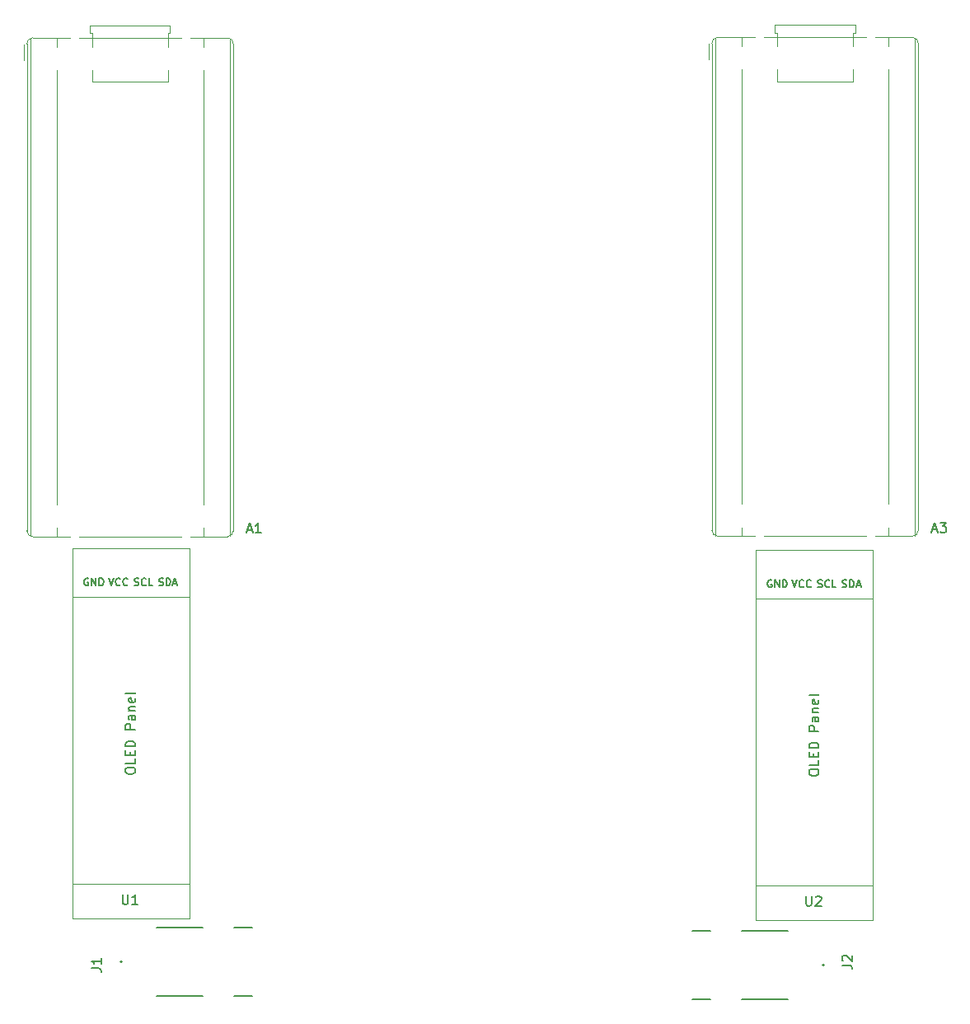
<source format=gbr>
%TF.GenerationSoftware,KiCad,Pcbnew,8.0.8*%
%TF.CreationDate,2025-03-06T07:07:31-06:00*%
%TF.ProjectId,keyboardv2,6b657962-6f61-4726-9476-322e6b696361,rev?*%
%TF.SameCoordinates,Original*%
%TF.FileFunction,Legend,Top*%
%TF.FilePolarity,Positive*%
%FSLAX46Y46*%
G04 Gerber Fmt 4.6, Leading zero omitted, Abs format (unit mm)*
G04 Created by KiCad (PCBNEW 8.0.8) date 2025-03-06 07:07:31*
%MOMM*%
%LPD*%
G01*
G04 APERTURE LIST*
%ADD10C,0.150000*%
%ADD11C,0.120000*%
%ADD12C,0.040000*%
%ADD13C,0.127000*%
%ADD14C,0.200000*%
G04 APERTURE END LIST*
D10*
X225996660Y-119044104D02*
X226472850Y-119044104D01*
X225901422Y-119329819D02*
X226234755Y-118329819D01*
X226234755Y-118329819D02*
X226568088Y-119329819D01*
X227425231Y-119329819D02*
X226853803Y-119329819D01*
X227139517Y-119329819D02*
X227139517Y-118329819D01*
X227139517Y-118329819D02*
X227044279Y-118472676D01*
X227044279Y-118472676D02*
X226949041Y-118567914D01*
X226949041Y-118567914D02*
X226853803Y-118615533D01*
X296371660Y-119001604D02*
X296847850Y-119001604D01*
X296276422Y-119287319D02*
X296609755Y-118287319D01*
X296609755Y-118287319D02*
X296943088Y-119287319D01*
X297181184Y-118287319D02*
X297800231Y-118287319D01*
X297800231Y-118287319D02*
X297466898Y-118668271D01*
X297466898Y-118668271D02*
X297609755Y-118668271D01*
X297609755Y-118668271D02*
X297704993Y-118715890D01*
X297704993Y-118715890D02*
X297752612Y-118763509D01*
X297752612Y-118763509D02*
X297800231Y-118858747D01*
X297800231Y-118858747D02*
X297800231Y-119096842D01*
X297800231Y-119096842D02*
X297752612Y-119192080D01*
X297752612Y-119192080D02*
X297704993Y-119239700D01*
X297704993Y-119239700D02*
X297609755Y-119287319D01*
X297609755Y-119287319D02*
X297324041Y-119287319D01*
X297324041Y-119287319D02*
X297228803Y-119239700D01*
X297228803Y-119239700D02*
X297181184Y-119192080D01*
X283398095Y-156644819D02*
X283398095Y-157454342D01*
X283398095Y-157454342D02*
X283445714Y-157549580D01*
X283445714Y-157549580D02*
X283493333Y-157597200D01*
X283493333Y-157597200D02*
X283588571Y-157644819D01*
X283588571Y-157644819D02*
X283779047Y-157644819D01*
X283779047Y-157644819D02*
X283874285Y-157597200D01*
X283874285Y-157597200D02*
X283921904Y-157549580D01*
X283921904Y-157549580D02*
X283969523Y-157454342D01*
X283969523Y-157454342D02*
X283969523Y-156644819D01*
X284398095Y-156740057D02*
X284445714Y-156692438D01*
X284445714Y-156692438D02*
X284540952Y-156644819D01*
X284540952Y-156644819D02*
X284779047Y-156644819D01*
X284779047Y-156644819D02*
X284874285Y-156692438D01*
X284874285Y-156692438D02*
X284921904Y-156740057D01*
X284921904Y-156740057D02*
X284969523Y-156835295D01*
X284969523Y-156835295D02*
X284969523Y-156930533D01*
X284969523Y-156930533D02*
X284921904Y-157073390D01*
X284921904Y-157073390D02*
X284350476Y-157644819D01*
X284350476Y-157644819D02*
X284969523Y-157644819D01*
X283704819Y-144018571D02*
X283704819Y-143828095D01*
X283704819Y-143828095D02*
X283752438Y-143732857D01*
X283752438Y-143732857D02*
X283847676Y-143637619D01*
X283847676Y-143637619D02*
X284038152Y-143590000D01*
X284038152Y-143590000D02*
X284371485Y-143590000D01*
X284371485Y-143590000D02*
X284561961Y-143637619D01*
X284561961Y-143637619D02*
X284657200Y-143732857D01*
X284657200Y-143732857D02*
X284704819Y-143828095D01*
X284704819Y-143828095D02*
X284704819Y-144018571D01*
X284704819Y-144018571D02*
X284657200Y-144113809D01*
X284657200Y-144113809D02*
X284561961Y-144209047D01*
X284561961Y-144209047D02*
X284371485Y-144256666D01*
X284371485Y-144256666D02*
X284038152Y-144256666D01*
X284038152Y-144256666D02*
X283847676Y-144209047D01*
X283847676Y-144209047D02*
X283752438Y-144113809D01*
X283752438Y-144113809D02*
X283704819Y-144018571D01*
X284704819Y-142685238D02*
X284704819Y-143161428D01*
X284704819Y-143161428D02*
X283704819Y-143161428D01*
X284181009Y-142351904D02*
X284181009Y-142018571D01*
X284704819Y-141875714D02*
X284704819Y-142351904D01*
X284704819Y-142351904D02*
X283704819Y-142351904D01*
X283704819Y-142351904D02*
X283704819Y-141875714D01*
X284704819Y-141447142D02*
X283704819Y-141447142D01*
X283704819Y-141447142D02*
X283704819Y-141209047D01*
X283704819Y-141209047D02*
X283752438Y-141066190D01*
X283752438Y-141066190D02*
X283847676Y-140970952D01*
X283847676Y-140970952D02*
X283942914Y-140923333D01*
X283942914Y-140923333D02*
X284133390Y-140875714D01*
X284133390Y-140875714D02*
X284276247Y-140875714D01*
X284276247Y-140875714D02*
X284466723Y-140923333D01*
X284466723Y-140923333D02*
X284561961Y-140970952D01*
X284561961Y-140970952D02*
X284657200Y-141066190D01*
X284657200Y-141066190D02*
X284704819Y-141209047D01*
X284704819Y-141209047D02*
X284704819Y-141447142D01*
X284704819Y-139685237D02*
X283704819Y-139685237D01*
X283704819Y-139685237D02*
X283704819Y-139304285D01*
X283704819Y-139304285D02*
X283752438Y-139209047D01*
X283752438Y-139209047D02*
X283800057Y-139161428D01*
X283800057Y-139161428D02*
X283895295Y-139113809D01*
X283895295Y-139113809D02*
X284038152Y-139113809D01*
X284038152Y-139113809D02*
X284133390Y-139161428D01*
X284133390Y-139161428D02*
X284181009Y-139209047D01*
X284181009Y-139209047D02*
X284228628Y-139304285D01*
X284228628Y-139304285D02*
X284228628Y-139685237D01*
X284704819Y-138256666D02*
X284181009Y-138256666D01*
X284181009Y-138256666D02*
X284085771Y-138304285D01*
X284085771Y-138304285D02*
X284038152Y-138399523D01*
X284038152Y-138399523D02*
X284038152Y-138589999D01*
X284038152Y-138589999D02*
X284085771Y-138685237D01*
X284657200Y-138256666D02*
X284704819Y-138351904D01*
X284704819Y-138351904D02*
X284704819Y-138589999D01*
X284704819Y-138589999D02*
X284657200Y-138685237D01*
X284657200Y-138685237D02*
X284561961Y-138732856D01*
X284561961Y-138732856D02*
X284466723Y-138732856D01*
X284466723Y-138732856D02*
X284371485Y-138685237D01*
X284371485Y-138685237D02*
X284323866Y-138589999D01*
X284323866Y-138589999D02*
X284323866Y-138351904D01*
X284323866Y-138351904D02*
X284276247Y-138256666D01*
X284038152Y-137780475D02*
X284704819Y-137780475D01*
X284133390Y-137780475D02*
X284085771Y-137732856D01*
X284085771Y-137732856D02*
X284038152Y-137637618D01*
X284038152Y-137637618D02*
X284038152Y-137494761D01*
X284038152Y-137494761D02*
X284085771Y-137399523D01*
X284085771Y-137399523D02*
X284181009Y-137351904D01*
X284181009Y-137351904D02*
X284704819Y-137351904D01*
X284657200Y-136494761D02*
X284704819Y-136589999D01*
X284704819Y-136589999D02*
X284704819Y-136780475D01*
X284704819Y-136780475D02*
X284657200Y-136875713D01*
X284657200Y-136875713D02*
X284561961Y-136923332D01*
X284561961Y-136923332D02*
X284181009Y-136923332D01*
X284181009Y-136923332D02*
X284085771Y-136875713D01*
X284085771Y-136875713D02*
X284038152Y-136780475D01*
X284038152Y-136780475D02*
X284038152Y-136589999D01*
X284038152Y-136589999D02*
X284085771Y-136494761D01*
X284085771Y-136494761D02*
X284181009Y-136447142D01*
X284181009Y-136447142D02*
X284276247Y-136447142D01*
X284276247Y-136447142D02*
X284371485Y-136923332D01*
X284704819Y-135875713D02*
X284657200Y-135970951D01*
X284657200Y-135970951D02*
X284561961Y-136018570D01*
X284561961Y-136018570D02*
X283704819Y-136018570D01*
X279868571Y-124214878D02*
X279797143Y-124179164D01*
X279797143Y-124179164D02*
X279690000Y-124179164D01*
X279690000Y-124179164D02*
X279582857Y-124214878D01*
X279582857Y-124214878D02*
X279511428Y-124286307D01*
X279511428Y-124286307D02*
X279475714Y-124357735D01*
X279475714Y-124357735D02*
X279440000Y-124500592D01*
X279440000Y-124500592D02*
X279440000Y-124607735D01*
X279440000Y-124607735D02*
X279475714Y-124750592D01*
X279475714Y-124750592D02*
X279511428Y-124822021D01*
X279511428Y-124822021D02*
X279582857Y-124893450D01*
X279582857Y-124893450D02*
X279690000Y-124929164D01*
X279690000Y-124929164D02*
X279761428Y-124929164D01*
X279761428Y-124929164D02*
X279868571Y-124893450D01*
X279868571Y-124893450D02*
X279904285Y-124857735D01*
X279904285Y-124857735D02*
X279904285Y-124607735D01*
X279904285Y-124607735D02*
X279761428Y-124607735D01*
X280225714Y-124929164D02*
X280225714Y-124179164D01*
X280225714Y-124179164D02*
X280654285Y-124929164D01*
X280654285Y-124929164D02*
X280654285Y-124179164D01*
X281011428Y-124929164D02*
X281011428Y-124179164D01*
X281011428Y-124179164D02*
X281189999Y-124179164D01*
X281189999Y-124179164D02*
X281297142Y-124214878D01*
X281297142Y-124214878D02*
X281368571Y-124286307D01*
X281368571Y-124286307D02*
X281404285Y-124357735D01*
X281404285Y-124357735D02*
X281439999Y-124500592D01*
X281439999Y-124500592D02*
X281439999Y-124607735D01*
X281439999Y-124607735D02*
X281404285Y-124750592D01*
X281404285Y-124750592D02*
X281368571Y-124822021D01*
X281368571Y-124822021D02*
X281297142Y-124893450D01*
X281297142Y-124893450D02*
X281189999Y-124929164D01*
X281189999Y-124929164D02*
X281011428Y-124929164D01*
X284627143Y-124893450D02*
X284734286Y-124929164D01*
X284734286Y-124929164D02*
X284912857Y-124929164D01*
X284912857Y-124929164D02*
X284984286Y-124893450D01*
X284984286Y-124893450D02*
X285020000Y-124857735D01*
X285020000Y-124857735D02*
X285055714Y-124786307D01*
X285055714Y-124786307D02*
X285055714Y-124714878D01*
X285055714Y-124714878D02*
X285020000Y-124643450D01*
X285020000Y-124643450D02*
X284984286Y-124607735D01*
X284984286Y-124607735D02*
X284912857Y-124572021D01*
X284912857Y-124572021D02*
X284770000Y-124536307D01*
X284770000Y-124536307D02*
X284698571Y-124500592D01*
X284698571Y-124500592D02*
X284662857Y-124464878D01*
X284662857Y-124464878D02*
X284627143Y-124393450D01*
X284627143Y-124393450D02*
X284627143Y-124322021D01*
X284627143Y-124322021D02*
X284662857Y-124250592D01*
X284662857Y-124250592D02*
X284698571Y-124214878D01*
X284698571Y-124214878D02*
X284770000Y-124179164D01*
X284770000Y-124179164D02*
X284948571Y-124179164D01*
X284948571Y-124179164D02*
X285055714Y-124214878D01*
X285805714Y-124857735D02*
X285770000Y-124893450D01*
X285770000Y-124893450D02*
X285662857Y-124929164D01*
X285662857Y-124929164D02*
X285591429Y-124929164D01*
X285591429Y-124929164D02*
X285484286Y-124893450D01*
X285484286Y-124893450D02*
X285412857Y-124822021D01*
X285412857Y-124822021D02*
X285377143Y-124750592D01*
X285377143Y-124750592D02*
X285341429Y-124607735D01*
X285341429Y-124607735D02*
X285341429Y-124500592D01*
X285341429Y-124500592D02*
X285377143Y-124357735D01*
X285377143Y-124357735D02*
X285412857Y-124286307D01*
X285412857Y-124286307D02*
X285484286Y-124214878D01*
X285484286Y-124214878D02*
X285591429Y-124179164D01*
X285591429Y-124179164D02*
X285662857Y-124179164D01*
X285662857Y-124179164D02*
X285770000Y-124214878D01*
X285770000Y-124214878D02*
X285805714Y-124250592D01*
X286484286Y-124929164D02*
X286127143Y-124929164D01*
X286127143Y-124929164D02*
X286127143Y-124179164D01*
X281980000Y-124179164D02*
X282230000Y-124929164D01*
X282230000Y-124929164D02*
X282480000Y-124179164D01*
X283158571Y-124857735D02*
X283122857Y-124893450D01*
X283122857Y-124893450D02*
X283015714Y-124929164D01*
X283015714Y-124929164D02*
X282944286Y-124929164D01*
X282944286Y-124929164D02*
X282837143Y-124893450D01*
X282837143Y-124893450D02*
X282765714Y-124822021D01*
X282765714Y-124822021D02*
X282730000Y-124750592D01*
X282730000Y-124750592D02*
X282694286Y-124607735D01*
X282694286Y-124607735D02*
X282694286Y-124500592D01*
X282694286Y-124500592D02*
X282730000Y-124357735D01*
X282730000Y-124357735D02*
X282765714Y-124286307D01*
X282765714Y-124286307D02*
X282837143Y-124214878D01*
X282837143Y-124214878D02*
X282944286Y-124179164D01*
X282944286Y-124179164D02*
X283015714Y-124179164D01*
X283015714Y-124179164D02*
X283122857Y-124214878D01*
X283122857Y-124214878D02*
X283158571Y-124250592D01*
X283908571Y-124857735D02*
X283872857Y-124893450D01*
X283872857Y-124893450D02*
X283765714Y-124929164D01*
X283765714Y-124929164D02*
X283694286Y-124929164D01*
X283694286Y-124929164D02*
X283587143Y-124893450D01*
X283587143Y-124893450D02*
X283515714Y-124822021D01*
X283515714Y-124822021D02*
X283480000Y-124750592D01*
X283480000Y-124750592D02*
X283444286Y-124607735D01*
X283444286Y-124607735D02*
X283444286Y-124500592D01*
X283444286Y-124500592D02*
X283480000Y-124357735D01*
X283480000Y-124357735D02*
X283515714Y-124286307D01*
X283515714Y-124286307D02*
X283587143Y-124214878D01*
X283587143Y-124214878D02*
X283694286Y-124179164D01*
X283694286Y-124179164D02*
X283765714Y-124179164D01*
X283765714Y-124179164D02*
X283872857Y-124214878D01*
X283872857Y-124214878D02*
X283908571Y-124250592D01*
X287149286Y-124893450D02*
X287256429Y-124929164D01*
X287256429Y-124929164D02*
X287435000Y-124929164D01*
X287435000Y-124929164D02*
X287506429Y-124893450D01*
X287506429Y-124893450D02*
X287542143Y-124857735D01*
X287542143Y-124857735D02*
X287577857Y-124786307D01*
X287577857Y-124786307D02*
X287577857Y-124714878D01*
X287577857Y-124714878D02*
X287542143Y-124643450D01*
X287542143Y-124643450D02*
X287506429Y-124607735D01*
X287506429Y-124607735D02*
X287435000Y-124572021D01*
X287435000Y-124572021D02*
X287292143Y-124536307D01*
X287292143Y-124536307D02*
X287220714Y-124500592D01*
X287220714Y-124500592D02*
X287185000Y-124464878D01*
X287185000Y-124464878D02*
X287149286Y-124393450D01*
X287149286Y-124393450D02*
X287149286Y-124322021D01*
X287149286Y-124322021D02*
X287185000Y-124250592D01*
X287185000Y-124250592D02*
X287220714Y-124214878D01*
X287220714Y-124214878D02*
X287292143Y-124179164D01*
X287292143Y-124179164D02*
X287470714Y-124179164D01*
X287470714Y-124179164D02*
X287577857Y-124214878D01*
X287899286Y-124929164D02*
X287899286Y-124179164D01*
X287899286Y-124179164D02*
X288077857Y-124179164D01*
X288077857Y-124179164D02*
X288185000Y-124214878D01*
X288185000Y-124214878D02*
X288256429Y-124286307D01*
X288256429Y-124286307D02*
X288292143Y-124357735D01*
X288292143Y-124357735D02*
X288327857Y-124500592D01*
X288327857Y-124500592D02*
X288327857Y-124607735D01*
X288327857Y-124607735D02*
X288292143Y-124750592D01*
X288292143Y-124750592D02*
X288256429Y-124822021D01*
X288256429Y-124822021D02*
X288185000Y-124893450D01*
X288185000Y-124893450D02*
X288077857Y-124929164D01*
X288077857Y-124929164D02*
X287899286Y-124929164D01*
X288613572Y-124714878D02*
X288970715Y-124714878D01*
X288542143Y-124929164D02*
X288792143Y-124179164D01*
X288792143Y-124179164D02*
X289042143Y-124929164D01*
X213183095Y-156467319D02*
X213183095Y-157276842D01*
X213183095Y-157276842D02*
X213230714Y-157372080D01*
X213230714Y-157372080D02*
X213278333Y-157419700D01*
X213278333Y-157419700D02*
X213373571Y-157467319D01*
X213373571Y-157467319D02*
X213564047Y-157467319D01*
X213564047Y-157467319D02*
X213659285Y-157419700D01*
X213659285Y-157419700D02*
X213706904Y-157372080D01*
X213706904Y-157372080D02*
X213754523Y-157276842D01*
X213754523Y-157276842D02*
X213754523Y-156467319D01*
X214754523Y-157467319D02*
X214183095Y-157467319D01*
X214468809Y-157467319D02*
X214468809Y-156467319D01*
X214468809Y-156467319D02*
X214373571Y-156610176D01*
X214373571Y-156610176D02*
X214278333Y-156705414D01*
X214278333Y-156705414D02*
X214183095Y-156753033D01*
X213489819Y-143841071D02*
X213489819Y-143650595D01*
X213489819Y-143650595D02*
X213537438Y-143555357D01*
X213537438Y-143555357D02*
X213632676Y-143460119D01*
X213632676Y-143460119D02*
X213823152Y-143412500D01*
X213823152Y-143412500D02*
X214156485Y-143412500D01*
X214156485Y-143412500D02*
X214346961Y-143460119D01*
X214346961Y-143460119D02*
X214442200Y-143555357D01*
X214442200Y-143555357D02*
X214489819Y-143650595D01*
X214489819Y-143650595D02*
X214489819Y-143841071D01*
X214489819Y-143841071D02*
X214442200Y-143936309D01*
X214442200Y-143936309D02*
X214346961Y-144031547D01*
X214346961Y-144031547D02*
X214156485Y-144079166D01*
X214156485Y-144079166D02*
X213823152Y-144079166D01*
X213823152Y-144079166D02*
X213632676Y-144031547D01*
X213632676Y-144031547D02*
X213537438Y-143936309D01*
X213537438Y-143936309D02*
X213489819Y-143841071D01*
X214489819Y-142507738D02*
X214489819Y-142983928D01*
X214489819Y-142983928D02*
X213489819Y-142983928D01*
X213966009Y-142174404D02*
X213966009Y-141841071D01*
X214489819Y-141698214D02*
X214489819Y-142174404D01*
X214489819Y-142174404D02*
X213489819Y-142174404D01*
X213489819Y-142174404D02*
X213489819Y-141698214D01*
X214489819Y-141269642D02*
X213489819Y-141269642D01*
X213489819Y-141269642D02*
X213489819Y-141031547D01*
X213489819Y-141031547D02*
X213537438Y-140888690D01*
X213537438Y-140888690D02*
X213632676Y-140793452D01*
X213632676Y-140793452D02*
X213727914Y-140745833D01*
X213727914Y-140745833D02*
X213918390Y-140698214D01*
X213918390Y-140698214D02*
X214061247Y-140698214D01*
X214061247Y-140698214D02*
X214251723Y-140745833D01*
X214251723Y-140745833D02*
X214346961Y-140793452D01*
X214346961Y-140793452D02*
X214442200Y-140888690D01*
X214442200Y-140888690D02*
X214489819Y-141031547D01*
X214489819Y-141031547D02*
X214489819Y-141269642D01*
X214489819Y-139507737D02*
X213489819Y-139507737D01*
X213489819Y-139507737D02*
X213489819Y-139126785D01*
X213489819Y-139126785D02*
X213537438Y-139031547D01*
X213537438Y-139031547D02*
X213585057Y-138983928D01*
X213585057Y-138983928D02*
X213680295Y-138936309D01*
X213680295Y-138936309D02*
X213823152Y-138936309D01*
X213823152Y-138936309D02*
X213918390Y-138983928D01*
X213918390Y-138983928D02*
X213966009Y-139031547D01*
X213966009Y-139031547D02*
X214013628Y-139126785D01*
X214013628Y-139126785D02*
X214013628Y-139507737D01*
X214489819Y-138079166D02*
X213966009Y-138079166D01*
X213966009Y-138079166D02*
X213870771Y-138126785D01*
X213870771Y-138126785D02*
X213823152Y-138222023D01*
X213823152Y-138222023D02*
X213823152Y-138412499D01*
X213823152Y-138412499D02*
X213870771Y-138507737D01*
X214442200Y-138079166D02*
X214489819Y-138174404D01*
X214489819Y-138174404D02*
X214489819Y-138412499D01*
X214489819Y-138412499D02*
X214442200Y-138507737D01*
X214442200Y-138507737D02*
X214346961Y-138555356D01*
X214346961Y-138555356D02*
X214251723Y-138555356D01*
X214251723Y-138555356D02*
X214156485Y-138507737D01*
X214156485Y-138507737D02*
X214108866Y-138412499D01*
X214108866Y-138412499D02*
X214108866Y-138174404D01*
X214108866Y-138174404D02*
X214061247Y-138079166D01*
X213823152Y-137602975D02*
X214489819Y-137602975D01*
X213918390Y-137602975D02*
X213870771Y-137555356D01*
X213870771Y-137555356D02*
X213823152Y-137460118D01*
X213823152Y-137460118D02*
X213823152Y-137317261D01*
X213823152Y-137317261D02*
X213870771Y-137222023D01*
X213870771Y-137222023D02*
X213966009Y-137174404D01*
X213966009Y-137174404D02*
X214489819Y-137174404D01*
X214442200Y-136317261D02*
X214489819Y-136412499D01*
X214489819Y-136412499D02*
X214489819Y-136602975D01*
X214489819Y-136602975D02*
X214442200Y-136698213D01*
X214442200Y-136698213D02*
X214346961Y-136745832D01*
X214346961Y-136745832D02*
X213966009Y-136745832D01*
X213966009Y-136745832D02*
X213870771Y-136698213D01*
X213870771Y-136698213D02*
X213823152Y-136602975D01*
X213823152Y-136602975D02*
X213823152Y-136412499D01*
X213823152Y-136412499D02*
X213870771Y-136317261D01*
X213870771Y-136317261D02*
X213966009Y-136269642D01*
X213966009Y-136269642D02*
X214061247Y-136269642D01*
X214061247Y-136269642D02*
X214156485Y-136745832D01*
X214489819Y-135698213D02*
X214442200Y-135793451D01*
X214442200Y-135793451D02*
X214346961Y-135841070D01*
X214346961Y-135841070D02*
X213489819Y-135841070D01*
X209653571Y-124037378D02*
X209582143Y-124001664D01*
X209582143Y-124001664D02*
X209475000Y-124001664D01*
X209475000Y-124001664D02*
X209367857Y-124037378D01*
X209367857Y-124037378D02*
X209296428Y-124108807D01*
X209296428Y-124108807D02*
X209260714Y-124180235D01*
X209260714Y-124180235D02*
X209225000Y-124323092D01*
X209225000Y-124323092D02*
X209225000Y-124430235D01*
X209225000Y-124430235D02*
X209260714Y-124573092D01*
X209260714Y-124573092D02*
X209296428Y-124644521D01*
X209296428Y-124644521D02*
X209367857Y-124715950D01*
X209367857Y-124715950D02*
X209475000Y-124751664D01*
X209475000Y-124751664D02*
X209546428Y-124751664D01*
X209546428Y-124751664D02*
X209653571Y-124715950D01*
X209653571Y-124715950D02*
X209689285Y-124680235D01*
X209689285Y-124680235D02*
X209689285Y-124430235D01*
X209689285Y-124430235D02*
X209546428Y-124430235D01*
X210010714Y-124751664D02*
X210010714Y-124001664D01*
X210010714Y-124001664D02*
X210439285Y-124751664D01*
X210439285Y-124751664D02*
X210439285Y-124001664D01*
X210796428Y-124751664D02*
X210796428Y-124001664D01*
X210796428Y-124001664D02*
X210974999Y-124001664D01*
X210974999Y-124001664D02*
X211082142Y-124037378D01*
X211082142Y-124037378D02*
X211153571Y-124108807D01*
X211153571Y-124108807D02*
X211189285Y-124180235D01*
X211189285Y-124180235D02*
X211224999Y-124323092D01*
X211224999Y-124323092D02*
X211224999Y-124430235D01*
X211224999Y-124430235D02*
X211189285Y-124573092D01*
X211189285Y-124573092D02*
X211153571Y-124644521D01*
X211153571Y-124644521D02*
X211082142Y-124715950D01*
X211082142Y-124715950D02*
X210974999Y-124751664D01*
X210974999Y-124751664D02*
X210796428Y-124751664D01*
X214412143Y-124715950D02*
X214519286Y-124751664D01*
X214519286Y-124751664D02*
X214697857Y-124751664D01*
X214697857Y-124751664D02*
X214769286Y-124715950D01*
X214769286Y-124715950D02*
X214805000Y-124680235D01*
X214805000Y-124680235D02*
X214840714Y-124608807D01*
X214840714Y-124608807D02*
X214840714Y-124537378D01*
X214840714Y-124537378D02*
X214805000Y-124465950D01*
X214805000Y-124465950D02*
X214769286Y-124430235D01*
X214769286Y-124430235D02*
X214697857Y-124394521D01*
X214697857Y-124394521D02*
X214555000Y-124358807D01*
X214555000Y-124358807D02*
X214483571Y-124323092D01*
X214483571Y-124323092D02*
X214447857Y-124287378D01*
X214447857Y-124287378D02*
X214412143Y-124215950D01*
X214412143Y-124215950D02*
X214412143Y-124144521D01*
X214412143Y-124144521D02*
X214447857Y-124073092D01*
X214447857Y-124073092D02*
X214483571Y-124037378D01*
X214483571Y-124037378D02*
X214555000Y-124001664D01*
X214555000Y-124001664D02*
X214733571Y-124001664D01*
X214733571Y-124001664D02*
X214840714Y-124037378D01*
X215590714Y-124680235D02*
X215555000Y-124715950D01*
X215555000Y-124715950D02*
X215447857Y-124751664D01*
X215447857Y-124751664D02*
X215376429Y-124751664D01*
X215376429Y-124751664D02*
X215269286Y-124715950D01*
X215269286Y-124715950D02*
X215197857Y-124644521D01*
X215197857Y-124644521D02*
X215162143Y-124573092D01*
X215162143Y-124573092D02*
X215126429Y-124430235D01*
X215126429Y-124430235D02*
X215126429Y-124323092D01*
X215126429Y-124323092D02*
X215162143Y-124180235D01*
X215162143Y-124180235D02*
X215197857Y-124108807D01*
X215197857Y-124108807D02*
X215269286Y-124037378D01*
X215269286Y-124037378D02*
X215376429Y-124001664D01*
X215376429Y-124001664D02*
X215447857Y-124001664D01*
X215447857Y-124001664D02*
X215555000Y-124037378D01*
X215555000Y-124037378D02*
X215590714Y-124073092D01*
X216269286Y-124751664D02*
X215912143Y-124751664D01*
X215912143Y-124751664D02*
X215912143Y-124001664D01*
X211765000Y-124001664D02*
X212015000Y-124751664D01*
X212015000Y-124751664D02*
X212265000Y-124001664D01*
X212943571Y-124680235D02*
X212907857Y-124715950D01*
X212907857Y-124715950D02*
X212800714Y-124751664D01*
X212800714Y-124751664D02*
X212729286Y-124751664D01*
X212729286Y-124751664D02*
X212622143Y-124715950D01*
X212622143Y-124715950D02*
X212550714Y-124644521D01*
X212550714Y-124644521D02*
X212515000Y-124573092D01*
X212515000Y-124573092D02*
X212479286Y-124430235D01*
X212479286Y-124430235D02*
X212479286Y-124323092D01*
X212479286Y-124323092D02*
X212515000Y-124180235D01*
X212515000Y-124180235D02*
X212550714Y-124108807D01*
X212550714Y-124108807D02*
X212622143Y-124037378D01*
X212622143Y-124037378D02*
X212729286Y-124001664D01*
X212729286Y-124001664D02*
X212800714Y-124001664D01*
X212800714Y-124001664D02*
X212907857Y-124037378D01*
X212907857Y-124037378D02*
X212943571Y-124073092D01*
X213693571Y-124680235D02*
X213657857Y-124715950D01*
X213657857Y-124715950D02*
X213550714Y-124751664D01*
X213550714Y-124751664D02*
X213479286Y-124751664D01*
X213479286Y-124751664D02*
X213372143Y-124715950D01*
X213372143Y-124715950D02*
X213300714Y-124644521D01*
X213300714Y-124644521D02*
X213265000Y-124573092D01*
X213265000Y-124573092D02*
X213229286Y-124430235D01*
X213229286Y-124430235D02*
X213229286Y-124323092D01*
X213229286Y-124323092D02*
X213265000Y-124180235D01*
X213265000Y-124180235D02*
X213300714Y-124108807D01*
X213300714Y-124108807D02*
X213372143Y-124037378D01*
X213372143Y-124037378D02*
X213479286Y-124001664D01*
X213479286Y-124001664D02*
X213550714Y-124001664D01*
X213550714Y-124001664D02*
X213657857Y-124037378D01*
X213657857Y-124037378D02*
X213693571Y-124073092D01*
X216934286Y-124715950D02*
X217041429Y-124751664D01*
X217041429Y-124751664D02*
X217220000Y-124751664D01*
X217220000Y-124751664D02*
X217291429Y-124715950D01*
X217291429Y-124715950D02*
X217327143Y-124680235D01*
X217327143Y-124680235D02*
X217362857Y-124608807D01*
X217362857Y-124608807D02*
X217362857Y-124537378D01*
X217362857Y-124537378D02*
X217327143Y-124465950D01*
X217327143Y-124465950D02*
X217291429Y-124430235D01*
X217291429Y-124430235D02*
X217220000Y-124394521D01*
X217220000Y-124394521D02*
X217077143Y-124358807D01*
X217077143Y-124358807D02*
X217005714Y-124323092D01*
X217005714Y-124323092D02*
X216970000Y-124287378D01*
X216970000Y-124287378D02*
X216934286Y-124215950D01*
X216934286Y-124215950D02*
X216934286Y-124144521D01*
X216934286Y-124144521D02*
X216970000Y-124073092D01*
X216970000Y-124073092D02*
X217005714Y-124037378D01*
X217005714Y-124037378D02*
X217077143Y-124001664D01*
X217077143Y-124001664D02*
X217255714Y-124001664D01*
X217255714Y-124001664D02*
X217362857Y-124037378D01*
X217684286Y-124751664D02*
X217684286Y-124001664D01*
X217684286Y-124001664D02*
X217862857Y-124001664D01*
X217862857Y-124001664D02*
X217970000Y-124037378D01*
X217970000Y-124037378D02*
X218041429Y-124108807D01*
X218041429Y-124108807D02*
X218077143Y-124180235D01*
X218077143Y-124180235D02*
X218112857Y-124323092D01*
X218112857Y-124323092D02*
X218112857Y-124430235D01*
X218112857Y-124430235D02*
X218077143Y-124573092D01*
X218077143Y-124573092D02*
X218041429Y-124644521D01*
X218041429Y-124644521D02*
X217970000Y-124715950D01*
X217970000Y-124715950D02*
X217862857Y-124751664D01*
X217862857Y-124751664D02*
X217684286Y-124751664D01*
X218398572Y-124537378D02*
X218755715Y-124537378D01*
X218327143Y-124751664D02*
X218577143Y-124001664D01*
X218577143Y-124001664D02*
X218827143Y-124751664D01*
X287117319Y-163720833D02*
X287831604Y-163720833D01*
X287831604Y-163720833D02*
X287974461Y-163768452D01*
X287974461Y-163768452D02*
X288069700Y-163863690D01*
X288069700Y-163863690D02*
X288117319Y-164006547D01*
X288117319Y-164006547D02*
X288117319Y-164101785D01*
X287212557Y-163292261D02*
X287164938Y-163244642D01*
X287164938Y-163244642D02*
X287117319Y-163149404D01*
X287117319Y-163149404D02*
X287117319Y-162911309D01*
X287117319Y-162911309D02*
X287164938Y-162816071D01*
X287164938Y-162816071D02*
X287212557Y-162768452D01*
X287212557Y-162768452D02*
X287307795Y-162720833D01*
X287307795Y-162720833D02*
X287403033Y-162720833D01*
X287403033Y-162720833D02*
X287545890Y-162768452D01*
X287545890Y-162768452D02*
X288117319Y-163339880D01*
X288117319Y-163339880D02*
X288117319Y-162720833D01*
X209997319Y-164028333D02*
X210711604Y-164028333D01*
X210711604Y-164028333D02*
X210854461Y-164075952D01*
X210854461Y-164075952D02*
X210949700Y-164171190D01*
X210949700Y-164171190D02*
X210997319Y-164314047D01*
X210997319Y-164314047D02*
X210997319Y-164409285D01*
X210997319Y-163028333D02*
X210997319Y-163599761D01*
X210997319Y-163314047D02*
X209997319Y-163314047D01*
X209997319Y-163314047D02*
X210140176Y-163409285D01*
X210140176Y-163409285D02*
X210235414Y-163504523D01*
X210235414Y-163504523D02*
X210283033Y-163599761D01*
D11*
%TO.C,A1*%
X203030000Y-70780000D02*
X203030000Y-69180000D01*
X203350000Y-69110000D02*
X203350000Y-119110000D01*
X203690000Y-68563000D02*
X203690000Y-119657000D01*
X203960000Y-68500000D02*
X206450000Y-68500000D01*
X203960000Y-119720000D02*
X207797939Y-119720000D01*
X206450000Y-68500000D02*
X206450000Y-69413520D01*
X206450000Y-68500000D02*
X207797940Y-68500000D01*
X206450000Y-71806480D02*
X206450000Y-116413520D01*
X206450000Y-118806480D02*
X206450000Y-119720000D01*
X208722061Y-68500000D02*
X209725000Y-68500000D01*
X209725000Y-68500000D02*
X218195000Y-68500000D01*
X209850000Y-67200000D02*
X209850000Y-68020000D01*
X209850000Y-67200000D02*
X218070000Y-67200000D01*
X209850000Y-68020000D02*
X210060000Y-68020000D01*
X210060000Y-68020000D02*
X210060000Y-69416000D01*
X210060000Y-71804000D02*
X210060000Y-73020000D01*
X210360000Y-119720000D02*
X208722061Y-119720000D01*
X217560000Y-119720000D02*
X210360000Y-119720000D01*
X217860000Y-68020000D02*
X217860000Y-69416000D01*
X217860000Y-71804000D02*
X217860000Y-73020000D01*
X217860000Y-73020000D02*
X210060000Y-73020000D01*
X218070000Y-67200000D02*
X218070000Y-68020000D01*
X218070000Y-68020000D02*
X217860000Y-68020000D01*
X218195000Y-68500000D02*
X219197939Y-68500000D01*
X219197939Y-119720000D02*
X217560000Y-119720000D01*
X220122061Y-68500000D02*
X221470000Y-68500000D01*
X220122061Y-119720000D02*
X223960000Y-119720000D01*
X221470000Y-68500000D02*
X221470000Y-69413520D01*
X221470000Y-71806480D02*
X221470000Y-116413520D01*
X221470000Y-118806480D02*
X221470000Y-119720000D01*
X223960000Y-68500000D02*
X221470000Y-68500000D01*
X224230000Y-119657000D02*
X224230000Y-68563000D01*
X224570000Y-69110000D02*
X224570000Y-119110000D01*
X203350000Y-69110000D02*
G75*
G02*
X203960000Y-68500000I610000J0D01*
G01*
X203960000Y-119720000D02*
G75*
G02*
X203350000Y-119110000I-99J609901D01*
G01*
X223960000Y-68500000D02*
G75*
G02*
X224570000Y-69110000I0J-610000D01*
G01*
X224570000Y-119110000D02*
G75*
G02*
X223960000Y-119720000I-610000J0D01*
G01*
%TO.C,A3*%
X273405000Y-70737500D02*
X273405000Y-69137500D01*
X273725000Y-69067500D02*
X273725000Y-119067500D01*
X274065000Y-68520500D02*
X274065000Y-119614500D01*
X274335000Y-68457500D02*
X276825000Y-68457500D01*
X274335000Y-119677500D02*
X278172939Y-119677500D01*
X276825000Y-68457500D02*
X276825000Y-69371020D01*
X276825000Y-68457500D02*
X278172940Y-68457500D01*
X276825000Y-71763980D02*
X276825000Y-116371020D01*
X276825000Y-118763980D02*
X276825000Y-119677500D01*
X279097061Y-68457500D02*
X280100000Y-68457500D01*
X280100000Y-68457500D02*
X288570000Y-68457500D01*
X280225000Y-67157500D02*
X280225000Y-67977500D01*
X280225000Y-67157500D02*
X288445000Y-67157500D01*
X280225000Y-67977500D02*
X280435000Y-67977500D01*
X280435000Y-67977500D02*
X280435000Y-69373500D01*
X280435000Y-71761500D02*
X280435000Y-72977500D01*
X280735000Y-119677500D02*
X279097061Y-119677500D01*
X287935000Y-119677500D02*
X280735000Y-119677500D01*
X288235000Y-67977500D02*
X288235000Y-69373500D01*
X288235000Y-71761500D02*
X288235000Y-72977500D01*
X288235000Y-72977500D02*
X280435000Y-72977500D01*
X288445000Y-67157500D02*
X288445000Y-67977500D01*
X288445000Y-67977500D02*
X288235000Y-67977500D01*
X288570000Y-68457500D02*
X289572939Y-68457500D01*
X289572939Y-119677500D02*
X287935000Y-119677500D01*
X290497061Y-68457500D02*
X291845000Y-68457500D01*
X290497061Y-119677500D02*
X294335000Y-119677500D01*
X291845000Y-68457500D02*
X291845000Y-69371020D01*
X291845000Y-71763980D02*
X291845000Y-116371020D01*
X291845000Y-118763980D02*
X291845000Y-119677500D01*
X294335000Y-68457500D02*
X291845000Y-68457500D01*
X294605000Y-119614500D02*
X294605000Y-68520500D01*
X294945000Y-69067500D02*
X294945000Y-119067500D01*
X273725000Y-69067500D02*
G75*
G02*
X274335000Y-68457500I610000J0D01*
G01*
X274335000Y-119677500D02*
G75*
G02*
X273725000Y-119067500I-99J609901D01*
G01*
X294335000Y-68457500D02*
G75*
G02*
X294945000Y-69067500I0J-610000D01*
G01*
X294945000Y-119067500D02*
G75*
G02*
X294335000Y-119677500I-610000J0D01*
G01*
D12*
%TO.C,U2*%
X278250000Y-159090000D02*
X290250000Y-159090000D01*
X290250000Y-159090000D02*
X290250000Y-121090000D01*
X278250000Y-155590000D02*
X290250000Y-155590000D01*
X278250000Y-126090000D02*
X290250000Y-126090000D01*
X278250000Y-121090000D02*
X278250000Y-159090000D01*
X290250000Y-121090000D02*
X278250000Y-121090000D01*
%TO.C,U1*%
X208035000Y-158912500D02*
X220035000Y-158912500D01*
X220035000Y-158912500D02*
X220035000Y-120912500D01*
X208035000Y-155412500D02*
X220035000Y-155412500D01*
X208035000Y-125912500D02*
X220035000Y-125912500D01*
X208035000Y-120912500D02*
X208035000Y-158912500D01*
X220035000Y-120912500D02*
X208035000Y-120912500D01*
D13*
%TO.C,J2*%
X281557000Y-160205000D02*
X276813000Y-160205000D01*
X271685000Y-160205000D02*
X273557000Y-160205000D01*
X281557000Y-167205000D02*
X276813000Y-167205000D01*
X271685000Y-167205000D02*
X273557000Y-167205000D01*
D14*
X285285000Y-163705000D02*
G75*
G02*
X285085000Y-163705000I-100000J0D01*
G01*
X285085000Y-163705000D02*
G75*
G02*
X285285000Y-163705000I100000J0D01*
G01*
D13*
%TO.C,J1*%
X216648000Y-166877500D02*
X221392000Y-166877500D01*
X226520000Y-166877500D02*
X224648000Y-166877500D01*
X216648000Y-159877500D02*
X221392000Y-159877500D01*
X226520000Y-159877500D02*
X224648000Y-159877500D01*
D14*
X213120000Y-163377500D02*
G75*
G02*
X212920000Y-163377500I-100000J0D01*
G01*
X212920000Y-163377500D02*
G75*
G02*
X213120000Y-163377500I100000J0D01*
G01*
%TD*%
M02*

</source>
